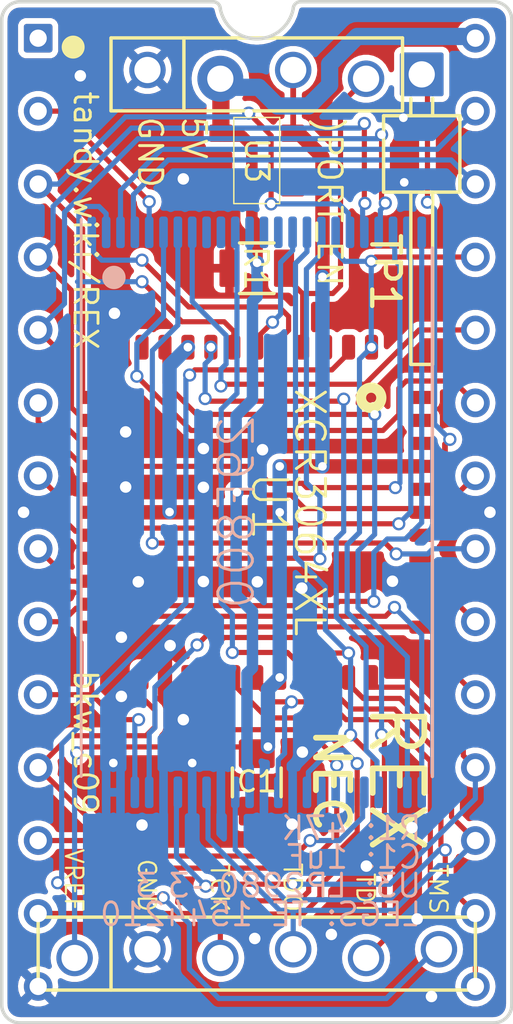
<source format=kicad_pcb>
(kicad_pcb (version 20211014) (generator pcbnew)
  (title_block (title "REX NEC, BKW re-spin") (date "2022-09-02") (rev "bkw_c09") (company "Brian K. White - b.kenyon.w@gmail.com") (comment 1 "Original design: Steve Adolph"))
  (layers (0 "F.Cu" signal "Top") (31 "B.Cu" signal "Bottom") (34 "B.Paste" user) (35 "F.Paste" user) (36 "B.SilkS" user "B.Silkscreen") (37 "F.SilkS" user "F.Silkscreen") (38 "B.Mask" user) (39 "F.Mask" user) (44 "Edge.Cuts" user))
  (net 0 "")
  (net 1 "GND")
  (net 2 "+3V3")
  (net 3 "/PORT_EN")
  (net 4 "/TP1")
  (net 5 "/eD3")
  (net 6 "/eA12")
  (net 7 "/eD4")
  (net 8 "/eA7")
  (net 9 "/eA6")
  (net 10 "/eD6")
  (net 11 "/eA5")
  (net 12 "/eD7")
  (net 13 "/eA4")
  (net 14 "/e~{CS}")
  (net 15 "/eA3")
  (net 16 "/eA10")
  (net 17 "/eA2")
  (net 18 "/e~{OE}")
  (net 19 "/eA1")
  (net 20 "/eA11")
  (net 21 "/eA0")
  (net 22 "/eA9")
  (net 23 "/eD0")
  (net 24 "/eD1")
  (net 25 "/eA13")
  (net 26 "/eD2")
  (net 27 "/eA14")
  (net 28 "+5V")
  (net 29 "/TMS")
  (net 30 "/TCK")
  (net 31 "/_~{WE}")
  (net 32 "/_A17")
  (net 33 "/_~{CE}")
  (net 34 "/_~{OE}")
  (net 35 "/_RY~{BY}")
  (net 36 "/_A15")
  (net 37 "/_A16")
  (net 38 "/eD5")
  (net 39 "/eA8")
  (footprint "000_LOCAL:C_0805" (layer "F.Cu") (at 146.378 104.637 -90)
    (fp_text reference "C1")
    (fp_text value "1u")
  )
  (footprint "000_LOCAL:DIP-28_600_pcb_2" (layer "F.Cu") (at 146.378 95.232)
    (fp_text reference "J1" hide)
    (fp_text value "DIP28 legs 27C256" hide)
    (fp_line (start 8.89 -17.145) (end 8.89 17.145) (layer "Edge.Cuts") (width 0.12))
    (fp_line (start -8.255 -17.78) (end -1.524 -17.78) (layer "Edge.Cuts") (width 0.12))
    (fp_line (start 8.255 17.78) (end -8.255 17.78) (layer "Edge.Cuts") (width 0.12))
    (fp_line (start 1.524 -17.78) (end 8.255 -17.78) (layer "Edge.Cuts") (width 0.12))
    (fp_line (start -8.89 17.145) (end -8.89 -17.145) (layer "Edge.Cuts") (width 0.12))
    (fp_arc (start 1.27 -17.526) (mid 1.344395 -17.705605) (end 1.524 -17.78) (layer "Edge.Cuts") (width 0.12))
    (fp_arc (start 1.27 -17.526) (mid 0 -16.486909) (end -1.27 -17.526) (layer "Edge.Cuts") (width 0.12))
    (fp_arc (start 8.89 17.145) (mid 8.704013 17.594013) (end 8.255 17.78) (layer "Edge.Cuts") (width 0.12))
    (fp_arc (start -8.89 -17.145) (mid -8.704013 -17.594013) (end -8.255 -17.78) (layer "Edge.Cuts") (width 0.12))
    (fp_arc (start -1.524 -17.78) (mid -1.344395 -17.705605) (end -1.27 -17.526) (layer "Edge.Cuts") (width 0.12))
    (fp_arc (start 8.255 -17.78) (mid 8.704013 -17.594013) (end 8.89 -17.145) (layer "Edge.Cuts") (width 0.12))
    (fp_arc (start -8.255 17.78) (mid -8.704013 17.594013) (end -8.89 17.145) (layer "Edge.Cuts") (width 0.12))
  )
  (footprint "000_LOCAL:1x6_pcb_socket" (layer "F.Cu") (at 146.378 110.599)
    (fp_text reference "J2")
    (fp_text value "JTAG" hide)
  )
  (footprint "000_LOCAL:R_0805" (layer "F.Cu") (at 146.378 86.732)
    (fp_text reference "R1")
    (fp_text value "47k")
  )
  (footprint "000_LOCAL:VQFP44" (layer "F.Cu") (at 146.378 95.232 -90)
    (fp_text reference "U1")
    (fp_text value "XCR3064-VQ44" hide)
  )
  (footprint "000_LOCAL:SOT-23-5" (layer "F.Cu") (at 146.378 82.982)
    (fp_text reference "U3")
    (fp_text value "LP2980")
  )
  (footprint "000_LOCAL:1x1_pin_h" (layer "F.Cu") (at 152.128 79.982 -90)
    (fp_text reference "TP1")
    (fp_text value "PINHD-1X1")
  )
  (footprint "000_LOCAL:1x4_pcb_socket" (layer "F.Cu") (at 146.378 79.982)
    (fp_text reference "J3" hide)
    (fp_text value "PRG")
  )
  (footprint "000_LOCAL:TSOP-48" (layer "B.Cu") (at 146.378 95.232 -90)
    (fp_text reference "U2" hide)
    (fp_text value "29F800")
  )
  (gr_circle (center 139.978 79.032) (end 140.178 79.032) (layer "F.SilkS") (width 0.4) (fill none))
  (gr_text "U3: LP2980-3.3" (at 152.178 108.232) (layer "B.SilkS") (effects (font (size 0.8 0.8) (thickness 0.1)) (justify left mirror)))
  (gr_text "C1: 1uF" (at 152.178 107.232) (layer "B.SilkS") (effects (font (size 0.8 0.8) (thickness 0.1)) (justify left mirror)))
  (gr_text "LEGS: TE 1544210" (at 152.178 109.232) (layer "B.SilkS") (effects (font (size 0.8 0.8) (thickness 0.1)) (justify left mirror)))
  (gr_text "R1: 47K" (at 152.178 106.232) (layer "B.SilkS") (effects (font (size 0.8 0.8) (thickness 0.1)) (justify left mirror)))
  (gr_text ")PORT_EN" (at 148.918 84.437 -90) (layer "F.SilkS") (effects (font (size 0.8128 0.8128) (thickness 0.1016))))
  (gr_text "5V" (at 143.711 81.389 -90) (layer "F.SilkS") (effects (font (size 0.8128 0.8128) (thickness 0.1016)) (justify left bottom)))
  (gr_text "NEC" (at 148.283 104.5665 -90) (layer "F.SilkS") (effects (font (size 1.2 1.2) (thickness 0.2)) (justify bottom)))
  (gr_text "GND" (at 142.187 81.389 -90) (layer "F.SilkS") (effects (font (size 0.8128 0.8128) (thickness 0.1016)) (justify left bottom)))
  (gr_text "TCK" (at 144.727 109.202 -90) (layer "F.SilkS") (effects (font (size 0.6096 0.6096) (thickness 0.0762)) (justify right bottom)))
  (gr_text "TDO" (at 147.267 109.202 -90) (layer "F.SilkS") (effects (font (size 0.6096 0.6096) (thickness 0.0762)) (justify right bottom)))
  (gr_text "GND" (at 142.187 109.202 -90) (layer "F.SilkS") (effects (font (size 0.6096 0.6096) (thickness 0.0762)) (justify right bottom)))
  (gr_text "VREF" (at 139.647 109.202 -90) (layer "F.SilkS") (effects (font (size 0.6096 0.6096) (thickness 0.0762)) (justify right bottom)))
  (gr_text "REX" (at 150.188 104.4903 -90) (layer "F.SilkS") (effects (font (size 1.8 1.8) (thickness 0.2)) (justify bottom)))
  (gr_text "TMS" (at 152.347 109.272 -90) (layer "F.SilkS") (effects (font (size 0.6096 0.6096) (thickness 0.0762)) (justify right bottom)))
  (gr_text "TDI" (at 149.807 109.202 -90) (layer "F.SilkS") (effects (font (size 0.6096 0.6096) (thickness 0.0762)) (justify right bottom)))
  (gr_text "XCR3064XL" (at 147.628 95.232 -90) (layer "F.SilkS") (effects (font (size 1.016 1.016) (thickness 0.1016)) (justify bottom)))
  (gr_text "tandy.wiki/REX" (at 140.409 85.072 -90) (layer "F.SilkS") (effects (font (size 0.8 0.8) (thickness 0.1))))
  (gr_text "${REVISION}" (at 140.409 103.233 -90) (layer "F.SilkS") (effects (font (size 0.8 0.8) (thickness 0.1))))
  (segment (start 140.628 94.432) (end 141.728 94.432) (width 0.5) (layer "F.Cu") (net 1))
  (segment (start 140.088 94.432) (end 139.838 94.182) (width 0.5) (layer "F.Cu") (net 1))
  (segment (start 143.178 100.052) (end 143.358 99.872) (width 0.5) (layer "F.Cu") (net 1))
  (segment (start 143.178 100.982) (end 143.178 101.542) (width 0.5) (layer "F.Cu") (net 1))
  (segment (start 152.128 97.632) (end 151.108 97.632) (width 0.5) (layer "F.Cu") (net 1))
  (segment (start 141.728 94.432) (end 141.808 94.352) (width 0.5) (layer "F.Cu") (net 1))
  (segment (start 143.178 101.542) (end 143.488 101.852) (width 0.5) (layer "F.Cu") (net 1))
  (segment (start 144.458 82.982) (end 145.128 82.982) (width 0.6) (layer "F.Cu") (net 1))
  (segment (start 143.178 100.982) (end 143.178 100.052) (width 0.5) (layer "F.Cu") (net 1))
  (segment (start 140.628 94.432) (end 140.088 94.432) (width 0.5) (layer "F.Cu") (net 1))
  (segment (start 143.818 83.622) (end 144.458 82.982) (width 0.6) (layer "F.Cu") (net 1))
  (via (at 143.818 102.452) (size 0.6) (drill 0.4) (layers "F.Cu" "B.Cu") (net 1))
  (via (at 146.578 93.052) (size 0.6) (drill 0.4) (layers "F.Cu" "B.Cu") (net 1))
  (via (at 144.518 94.362) (size 0.6) (drill 0.4) (layers "F.Cu" "B.Cu") (net 1))
  (via (at 152.468 112.092) (size 0.6) (drill 0.4) (layers "F.Cu" "B.Cu") (net 1))
  (via (at 143.358 99.872) (size 0.6) (drill 0.4) (layers "F.Cu" "B.Cu") (net 1))
  (via (at 147.608 106.092) (size 0.6) (drill 0.4) (layers "F.Cu" "B.Cu") (net 1))
  (via (at 141.808 94.352) (size 0.6) (drill 0.4) (layers "F.Cu" "B.Cu") (net 1))
  (via (at 144.128 103.962) (size 0.5) (drill 0.3) (layers "F.Cu" "B.Cu") (net 1))
  (via (at 141.658 99.582) (size 0.6) (drill 0.4) (layers "F.Cu" "B.Cu") (net 1))
  (via (at 150.198 107.552) (size 0.6) (drill 0.4) (layers "F.Cu" "B.Cu") (net 1))
  (via (at 142.378 106.122) (size 0.6) (drill 0.4) (layers "F.Cu" "B.Cu") (net 1))
  (via (at 147.968 103.582) (size 0.6) (drill 0.4) (layers "F.Cu" "B.Cu") (net 1))
  (via (at 146.398 97.652) (size 0.6) (drill 0.4) (layers "F.Cu" "B.Cu") (net 1))
  (via (at 151.108 97.632) (size 0.6) (drill 0.4) (layers "F.Cu" "B.Cu") (net 1))
  (via (at 151.518 83.742) (size 0.46) (drill 0.3) (layers "F.Cu" "B.Cu") (net 1))
  (via (at 147.948 97.872) (size 0.6) (drill 0.4) (layers "F.Cu" "B.Cu") (net 1))
  (via (at 144.518 97.642) (size 0.6) (drill 0.4) (layers "F.Cu" "B.Cu") (net 1))
  (via (at 154.506 95.232) (size 0.6) (drill 0.4) (layers "F.Cu" "B.Cu") (net 1))
  (via (at 141.808 92.432) (size 0.6) (drill 0.4) (layers "F.Cu" "B.Cu") (net 1))
  (via (at 142.248 97.652) (size 0.6) (drill 0.4) (layers "F.Cu" "B.Cu") (net 1))
  (via (at 141.658 101.642) (size 0.6) (drill 0.4) (layers "F.Cu" "B.Cu") (net 1))
  (via (at 151.788 106.212) (size 0.6) (drill 0.4) (layers "F.Cu" "B.Cu") (net 1))
  (via (at 146.308 110.072) (size 0.6) (drill 0.4) (layers "F.Cu" "B.Cu") (net 1))
  (via (at 151.488 81.492) (size 0.46) (drill 0.3) (layers "F.Cu" "B.Cu") (net 1))
  (via (at 140.228 80.032) (size 0.6) (drill 0.4) (layers "F.Cu" "B.Cu") (net 1))
  (via (at 151.968 109.392) (size 0.6) (drill 0.4) (layers "F.Cu" "B.Cu") (net 1))
  (via (at 138.25 95.232) (size 0.6) (drill 0.4) (layers "F.Cu" "B.Cu") (net 1))
  (via (at 141.378 103.962) (size 0.5) (drill 0.3) (layers "F.Cu" "B.Cu") (net 1))
  (via (at 148.978 109.932) (size 0.6) (drill 0.4) (layers "F.Cu" "B.Cu") (net 1))
  (via (at 143.818 83.622) (size 0.6) (drill 0.4) (layers "F.Cu" "B.Cu") (net 1))
  (via (at 144.518 93.012) (size 0.6) (drill 0.4) (layers "F.Cu" "B.Cu") (net 1))
  (via (at 141.418 88.302) (size 0.6) (drill 0.4) (layers "F.Cu" "B.Cu") (net 1))
  (segment (start 149.628 104.982) (end 149.628 105.642) (width 0.3) (layer "B.Cu") (net 1))
  (segment (start 149.628 105.642) (end 149.428 105.842) (width 0.3) (layer "B.Cu") (net 1))
  (segment (start 148.668 87.032) (end 148.668 82.862) (width 0.5) (layer "F.Cu") (net 2))
  (segment (start 148.668 93.632) (end 147.178 93.632) (width 0.5) (layer "F.Cu") (net 2))
  (segment (start 140.308 103.402) (end 146.143 103.402) (width 0.18) (layer "F.Cu") (net 2))
  (segment (start 143.348 95.232) (end 143.338 95.222) (width 0.5) (layer "F.Cu") (net 2))
  (segment (start 146.768 103.392) (end 146.523 103.637) (width 0.3) (layer "F.Cu") (net 2))
  (segment (start 146.143 103.402) (end 146.378 103.637) (width 0.18) (layer "F.Cu") (net 2))
  (segment (start 140.628 95.232) (end 143.328 95.232) (width 0.5) (layer "F.Cu") (net 2))
  (segment (start 140.103 103.607) (end 140.308 103.402) (width 0.18) (layer "F.Cu") (net 2))
  (segment (start 147.838 82.032) (end 147.628 82.032) (width 0.5) (layer "F.Cu") (net 2))
  (segment (start 148.668 82.862) (end 147.838 82.032) (width 0.5) (layer "F.Cu") (net 2))
  (segment (start 148.668 93.632) (end 152.128 93.632) (width 0.5) (layer "F.Cu") (net 2))
  (segment (start 147.648 79.8296) (end 147.648 82.012) (width 0.2) (layer "F.Cu") (net 2))
  (segment (start 147.178 95.232) (end 143.348 95.232) (width 0.5) (layer "F.Cu") (net 2))
  (segment (start 143.328 95.232) (end 143.338 95.222) (width 0.5) (layer "F.Cu") (net 2))
  (segment (start 146.523 103.637) (end 146.378 103.637) (width 0.3) (layer "F.Cu") (net 2))
  (segment (start 147.718 82.032) (end 147.628 82.032) (width 0.3) (layer "F.Cu") (net 2))
  (via (at 143.978 89.482) (size 0.46) (drill 0.3) (layers "F.Cu" "B.Cu") (net 2))
  (via (at 140.103 103.607) (size 0.46) (drill 0.3) (layers "F.Cu" "B.Cu") (net 2))
  (via (at 147.178 100.982) (size 0.46) (drill 0.3) (layers "F.Cu" "B.Cu") (net 2))
  (via (at 147.178 93.632) (size 0.46) (drill 0.3) (layers "F.Cu" "B.Cu") (net 2))
  (via (at 147.178 95.232) (size 0.46) (drill 0.3) (layers "F.Cu" "B.Cu") (net 2))
  (via (at 148.668 93.632) (size 0.46) (drill 0.3) (layers "F.Cu" "B.Cu") (net 2))
  (via (at 146.768 103.392) (size 0.5) (drill 0.3) (layers "F.Cu" "B.Cu") (net 2))
  (via (at 143.338 95.222) (size 0.46) (drill 0.3) (layers "F.Cu" "B.Cu") (net 2))
  (via (at 148.668 87.032) (size 0.5) (drill 0.3) (layers "F.Cu" "B.Cu") (net 2))
  (segment (start 140.103 103.607) (end 140.028 103.682) (width 0.18) (layer "B.Cu") (net 2))
  (segment (start 147.178 100.982) (end 147.178 95.232) (width 0.5) (layer "B.Cu") (net 2))
  (segment (start 143.338 90.122) (end 143.978 89.482) (width 0.5) (layer "B.Cu") (net 2))
  (segment (start 140.028 110.634) (end 140.028 110.6344) (width 0.3) (layer "B.Cu") (net 2))
  (segment (start 146.768 101.392) (end 147.178 100.982) (width 0.5) (layer "B.Cu") (net 2))
  (segment (start 146.768 103.392) (end 146.768 101.392) (width 0.5) (layer "B.Cu") (net 2))
  (segment (start 140.028 103.682) (end 140.028 110.634) (width 0.18) (layer "B.Cu") (net 2))
  (segment (start 147.178 93.632) (end 147.178 95.232) (width 0.5) (layer "B.Cu") (net 2))
  (segment (start 148.668 87.032) (end 148.668 93.632) (width 0.5) (layer "B.Cu") (net 2))
  (segment (start 143.338 95.222) (end 143.338 90.122) (width 0.5) (layer "B.Cu") (net 2))
  (segment (start 149.298 81.0244) (end 150.188 80.1344) (width 0.18) (layer "F.Cu") (net 3))
  (segment (start 147.978 87.612) (end 149.028 87.612) (width 0.18) (layer "F.Cu") (net 3))
  (segment (start 147.328 86.972) (end 147.328 86.732) (width 0.18) (layer "F.Cu") (net 3))
  (segment (start 149.028 87.612) (end 149.298 87.342) (width 0.18) (layer "F.Cu") (net 3))
  (segment (start 149.298 87.342) (end 149.298 81.0244) (width 0.18) (layer "F.Cu") (net 3))
  (segment (start 147.978 87.622) (end 147.328 86.972) (width 0.18) (layer "F.Cu") (net 3))
  (segment (start 147.978 89.482) (end 147.978 87.622) (width 0.18) (layer "F.Cu") (net 3))
  (segment (start 152.938 92.863) (end 152.938 93.982) (width 0.2) (layer "F.Cu") (net 4))
  (segment (start 153.109 92.692) (end 152.938 92.863) (width 0.2) (layer "F.Cu") (net 4))
  (segment (start 152.328 80.182) (end 152.128 79.982) (width 0.18) (layer "F.Cu") (net 4))
  (segment (start 152.258 94.302) (end 152.128 94.432) (width 0.2) (layer "F.Cu") (net 4))
  (segment (start 152.328 84.432) (end 152.328 80.182) (width 0.18) (layer "F.Cu") (net 4))
  (segment (start 152.938 93.982) (end 152.618 94.302) (width 0.2) (layer "F.Cu") (net 4))
  (segment (start 152.618 94.302) (end 152.258 94.302) (width 0.2) (layer "F.Cu") (net 4))
  (via (at 153.109 92.692) (size 0.46) (drill 0.3) (layers "F.Cu" "B.Cu") (net 4))
  (via (at 152.328 84.432) (size 0.46) (drill 0.3) (layers "F.Cu" "B.Cu") (net 4))
  (segment (start 152.328 84.432) (end 152.578 84.682) (width 0.18) (layer "B.Cu") (net 4))
  (segment (start 152.578 92.161) (end 153.109 92.692) (width 0.18) (layer "B.Cu") (net 4))
  (segment (start 152.578 84.682) (end 152.578 92.161) (width 0.18) (layer "B.Cu") (net 4))
  (segment (start 147.588 101.832) (end 146.988 101.832) (width 0.18) (layer "F.Cu") (net 5))
  (segment (start 146.988 101.832) (end 146.378 101.222) (width 0.18) (layer "F.Cu") (net 5))
  (segment (start 146.378 101.222) (end 146.378 100.982) (width 0.18) (layer "F.Cu") (net 5))
  (segment (start 152.428 108.792) (end 153.998 110.362) (width 0.18) (layer "F.Cu") (net 5))
  (segment (start 149.488 102.452) (end 150.988 102.452) (width 0.18) (layer "F.Cu") (net 5))
  (segment (start 148.868 101.832) (end 149.488 102.452) (width 0.18) (layer "F.Cu") (net 5))
  (segment (start 147.588 101.832) (end 148.868 101.832) (width 0.18) (layer "F.Cu") (net 5))
  (segment (start 152.428 103.892) (end 152.428 108.792) (width 0.18) (layer "F.Cu") (net 5))
  (segment (start 153.998 110.362) (end 153.998 111.742) (width 0.18) (layer "F.Cu") (net 5))
  (segment (start 150.988 102.452) (end 152.428 103.892) (width 0.18) (layer "F.Cu") (net 5))
  (via (at 147.588 101.832) (size 0.46) (drill 0.3) (layers "F.Cu" "B.Cu") (net 5))
  (segment (start 147.348 102.072) (end 147.348 103.632) (width 0.18) (layer "B.Cu") (net 5))
  (segment (start 147.588 101.832) (end 147.348 102.072) (width 0.18) (layer "B.Cu") (net 5))
  (segment (start 147.348 103.632) (end 147.128 103.852) (width 0.18) (layer "B.Cu") (net 5))
  (segment (start 147.128 103.852) (end 147.128 104.982) (width 0.18) (layer "B.Cu") (net 5))
  (segment (start 138.758 81.262) (end 139.4734 81.262) (width 0.18) (layer "F.Cu") (net 6))
  (segment (start 139.4734 81.262) (end 142.628 84.4166) (width 0.18) (layer "F.Cu") (net 6))
  (via (at 142.628 84.4166) (size 0.46) (drill 0.3) (layers "F.Cu" "B.Cu") (net 6))
  (segment (start 142.628 85.482) (end 142.628 84.4166) (width 0.18) (layer "B.Cu") (net 6))
  (segment (start 151.188 102.082) (end 149.658 102.082) (width 0.18) (layer "F.Cu") (net 7))
  (segment (start 148.918 101.122) (end 148.778 100.982) (width 0.18) (layer "F.Cu") (net 7))
  (segment (start 152.948 106.992) (end 152.798 106.842) (width 0.18) (layer "F.Cu") (net 7))
  (segment (start 148.918 101.342) (end 148.918 101.122) (width 0.18) (layer "F.Cu") (net 7))
  (segment (start 152.798 106.842) (end 152.798 103.692) (width 0.18) (layer "F.Cu") (net 7))
  (segment (start 152.948 106.992) (end 152.948 108.152) (width 0.18) (layer "F.Cu") (net 7))
  (segment (start 152.948 108.152) (end 153.998 109.202) (width 0.18) (layer "F.Cu") (net 7))
  (segment (start 152.798 103.692) (end 151.188 102.082) (width 0.18) (layer "F.Cu") (net 7))
  (segment (start 149.658 102.082) (end 148.918 101.342) (width 0.18) (layer "F.Cu") (net 7))
  (via (at 152.948 106.992) (size 0.46) (drill 0.3) (layers "F.Cu" "B.Cu") (net 7))
  (segment (start 152.738 106.992) (end 151.008 108.722) (width 0.18) (layer "B.Cu") (net 7))
  (segment (start 145.628 106.982) (end 145.628 104.982) (width 0.18) (layer "B.Cu") (net 7))
  (segment (start 147.368 108.722) (end 145.628 106.982) (width 0.18) (layer "B.Cu") (net 7))
  (segment (start 152.948 106.992) (end 152.738 106.992) (width 0.18) (layer "B.Cu") (net 7))
  (segment (start 151.008 108.722) (end 147.368 108.722) (width 0.18) (layer "B.Cu") (net 7))
  (segment (start 140.308 91.232) (end 140.308 85.352) (width 0.18) (layer "F.Cu") (net 8))
  (segment (start 146.878 82.112) (end 146.098 81.332) (width 0.18) (layer "F.Cu") (net 8))
  (segment (start 140.628 91.232) (end 140.308 91.232) (width 0.18) (layer "F.Cu") (net 8))
  (segment (start 140.308 85.352) (end 138.758 83.802) (width 0.18) (layer "F.Cu") (net 8))
  (segment (start 146.878 84.492) (end 146.878 82.112) (width 0.18) (layer "F.Cu") (net 8))
  (via (at 146.098 81.332) (size 0.46) (drill 0.3) (layers "F.Cu" "B.Cu") (net 8))
  (via (at 146.878 84.492) (size 0.46) (drill 0.3) (layers "F.Cu" "B.Cu") (net 8))
  (segment (start 146.878 84.492) (end 149.238 84.492) (width 0.18) (layer "B.Cu") (net 8))
  (segment (start 149.568 85.422) (end 149.628 85.482) (width 0.18) (layer "B.Cu") (net 8))
  (segment (start 141.798 81.462) (end 139.458 83.802) (width 0.18) (layer "B.Cu") (net 8))
  (segment (start 149.568 84.822) (end 149.568 85.422) (width 0.18) (layer "B.Cu") (net 8))
  (segment (start 149.238 84.492) (end 149.568 84.822) (width 0.18) (layer "B.Cu") (net 8))
  (segment (start 145.968 81.462) (end 141.798 81.462) (width 0.18) (layer "B.Cu") (net 8))
  (segment (start 139.458 83.802) (end 138.758 83.802) (width 0.18) (layer "B.Cu") (net 8))
  (segment (start 146.098 81.332) (end 145.968 81.462) (width 0.18) (layer "B.Cu") (net 8))
  (segment (start 140.628 92.032) (end 140.3674 92.032) (width 0.18) (layer "F.Cu") (net 9))
  (segment (start 150.128 84.452) (end 150.148 84.472) (width 0.18) (layer "F.Cu") (net 9))
  (segment (start 139.918 87.502) (end 138.758 86.342) (width 0.18) (layer "F.Cu") (net 9))
  (segment (start 140.3674 92.032) (end 139.918 91.5826) (width 0.18) (layer "F.Cu") (net 9))
  (segment (start 150.128 81.692) (end 150.128 84.452) (width 0.18) (layer "F.Cu") (net 9))
  (segment (start 139.918 91.5826) (end 139.918 87.502) (width 0.18) (layer "F.Cu") (net 9))
  (via (at 150.128 81.692) (size 0.46) (drill 0.3) (layers "F.Cu" "B.Cu") (net 9))
  (via (at 150.148 84.472) (size 0.46) (drill 0.3) (layers "F.Cu" "B.Cu") (net 9))
  (segment (start 150.068 85.422) (end 150.128 85.482) (width 0.18) (layer "B.Cu") (net 9))
  (segment (start 139.278 84.582) (end 139.278 85.822) (width 0.18) (layer "B.Cu") (net 9))
  (segment (start 142.008 81.852) (end 139.278 84.582) (width 0.18) (layer "B.Cu") (net 9))
  (segment (start 150.128 81.692) (end 149.968 81.852) (width 0.18) (layer "B.Cu") (net 9))
  (segment (start 139.278 85.822) (end 138.758 86.342) (width 0.18) (layer "B.Cu") (net 9))
  (segment (start 150.068 84.552) (end 150.068 85.422) (width 0.18) (layer "B.Cu") (net 9))
  (segment (start 150.148 84.472) (end 150.068 84.552) (width 0.18) (layer "B.Cu") (net 9))
  (segment (start 149.968 81.852) (end 142.008 81.852) (width 0.18) (layer "B.Cu") (net 9))
  (segment (start 150.378 101.322) (end 151.578 101.322) (width 0.18) (layer "F.Cu") (net 10))
  (segment (start 153.578 103.702) (end 153.998 104.122) (width 0.18) (layer "F.Cu") (net 10))
  (segment (start 144.598 108.252) (end 144.668 108.182) (width 0.18) (layer "F.Cu") (net 10))
  (segment (start 153.578 103.322) (end 153.578 103.702) (width 0.18) (layer "F.Cu") (net 10))
  (segment (start 151.578 101.322) (end 153.578 103.322) (width 0.18) (layer "F.Cu") (net 10))
  (segment (start 150.378 100.982) (end 150.378 101.322) (width 0.18) (layer "F.Cu") (net 10))
  (segment (start 144.668 108.182) (end 147.638 108.182) (width 0.18) (layer "F.Cu") (net 10))
  (via (at 147.638 108.182) (size 0.46) (drill 0.3) (layers "F.Cu" "B.Cu") (net 10))
  (via (at 144.598 108.252) (size 0.46) (drill 0.3) (layers "F.Cu" "B.Cu") (net 10))
  (segment (start 144.598 108.252) (end 143.578 107.232) (width 0.18) (layer "B.Cu") (net 10))
  (segment (start 143.578 105.032) (end 143.628 104.982) (width 0.18) (layer "B.Cu") (net 10))
  (segment (start 147.638 108.182) (end 151.018 108.182) (width 0.18) (layer "B.Cu") (net 10))
  (segment (start 143.578 107.232) (end 143.578 105.032) (width 0.18) (layer "B.Cu") (net 10))
  (segment (start 153.998 105.202) (end 153.998 104.122) (width 0.18) (layer "B.Cu") (net 10))
  (segment (start 151.018 108.182) (end 153.998 105.202) (width 0.18) (layer "B.Cu") (net 10))
  (segment (start 140.628 92.832) (end 140.488 92.692) (width 0.18) (layer "F.Cu") (net 11))
  (segment (start 140.488 92.692) (end 140.168 92.692) (width 0.18) (layer "F.Cu") (net 11))
  (segment (start 150.728 84.332) (end 150.728 82.082) (width 0.18) (layer "F.Cu") (net 11))
  (segment (start 150.858 84.462) (end 150.728 84.332) (width 0.18) (layer "F.Cu") (net 11))
  (segment (start 139.548 92.072) (end 139.548 89.672) (width 0.18) (layer "F.Cu") (net 11))
  (segment (start 140.168 92.692) (end 139.548 92.072) (width 0.18) (layer "F.Cu") (net 11))
  (segment (start 139.548 89.672) (end 138.758 88.882) (width 0.18) (layer "F.Cu") (net 11))
  (via (at 150.728 82.082) (size 0.46) (drill 0.3) (layers "F.Cu" "B.Cu") (net 11))
  (via (at 150.858 84.462) (size 0.46) (drill 0.3) (layers "F.Cu" "B.Cu") (net 11))
  (segment (start 150.728 82.082) (end 150.588 82.222) (width 0.18) (layer "B.Cu") (net 11))
  (segment (start 142.238 82.222) (end 139.678 84.782) (width 0.18) (layer "B.Cu") (net 11))
  (segment (start 150.858 84.462) (end 150.858 84.532) (width 0.18) (layer "B.Cu") (net 11))
  (segment (start 150.588 82.222) (end 142.238 82.222) (width 0.18) (layer "B.Cu") (net 11))
  (segment (start 139.678 87.962) (end 138.758 88.882) (width 0.18) (layer "B.Cu") (net 11))
  (segment (start 150.858 84.532) (end 150.688 84.702) (width 0.18) (layer "B.Cu") (net 11))
  (segment (start 150.688 84.702) (end 150.688 85.422) (width 0.18) (layer "B.Cu") (net 11))
  (segment (start 150.688 85.422) (end 150.628 85.482) (width 0.18) (layer "B.Cu") (net 11))
  (segment (start 139.678 84.782) (end 139.678 87.962) (width 0.18) (layer "B.Cu") (net 11))
  (segment (start 152.838 100.422) (end 152.838 99.692) (width 0.18) (layer "F.Cu") (net 12))
  (segment (start 152.118 99.222) (end 152.128 99.232) (width 0.18) (layer "F.Cu") (net 12))
  (segment (start 152.4511 99.3051) (end 152.128 99.3051) (width 0.18) (layer "F.Cu") (net 12))
  (segment (start 152.128 99.3051) (end 152.128 99.232) (width 0.18) (layer "F.Cu") (net 12))
  (segment (start 152.838 99.692) (end 152.4511 99.3051) (width 0.18) (layer "F.Cu") (net 12))
  (segment (start 144.298 99.852) (end 144.928 99.222) (width 0.18) (layer "F.Cu") (net 12))
  (segment (start 153.998 101.582) (end 152.838 100.422) (width 0.18) (layer "F.Cu") (net 12))
  (segment (start 144.928 99.222) (end 152.118 99.222) (width 0.18) (layer "F.Cu") (net 12))
  (via (at 144.298 99.852) (size 0.46) (drill 0.3) (layers "F.Cu" "B.Cu") (net 12))
  (segment (start 144.298 99.852) (end 142.828 101.322) (width 0.18) (layer "B.Cu") (net 12))
  (segment (start 142.628 102.932) (end 142.628 104.982) (width 0.18) (layer "B.Cu") (net 12))
  (segment (start 142.828 101.322) (end 142.828 102.732) (width 0.18) (layer "B.Cu") (net 12))
  (segment (start 142.828 102.732) (end 142.628 102.932) (width 0.18) (layer "B.Cu") (net 12))
  (segment (start 146.2376 93.632) (end 140.628 93.632) (width 0.18) (layer "F.Cu") (net 13))
  (segment (start 140.178 93.492) (end 140.488 93.492) (width 0.18) (layer "F.Cu") (net 13))
  (segment (start 138.758 92.072) (end 140.178 93.492) (width 0.18) (layer "F.Cu") (net 13))
  (segment (start 148.118 94.372) (end 147.968 94.222) (width 0.18) (layer "F.Cu") (net 13))
  (segment (start 138.758 91.422) (end 138.758 92.072) (width 0.18) (layer "F.Cu") (net 13))
  (segment (start 147.968 94.222) (end 146.8276 94.222) (width 0.18) (layer "F.Cu") (net 13))
  (segment (start 151.208 94.372) (end 148.118 94.372) (width 0.18) (layer "F.Cu") (net 13))
  (segment (start 140.488 93.492) (end 140.628 93.632) (width 0.18) (layer "F.Cu") (net 13))
  (segment (start 146.8276 94.222) (end 146.2376 93.632) (width 0.18) (layer "F.Cu") (net 13))
  (via (at 151.208 94.372) (size 0.46) (drill 0.3) (layers "F.Cu" "B.Cu") (net 13))
  (segment (start 151.208 94.372) (end 151.368 94.212) (width 0.18) (layer "B.Cu") (net 13))
  (segment (start 151.188 86.462) (end 151.188 85.542) (width 0.18) (layer "B.Cu") (net 13))
  (segment (start 151.368 94.212) (end 151.368 86.642) (width 0.18) (layer "B.Cu") (net 13))
  (segment (start 151.188 85.542) (end 151.128 85.482) (width 0.18) (layer "B.Cu") (net 13))
  (segment (start 151.368 86.642) (end 151.188 86.462) (width 0.18) (layer "B.Cu") (net 13))
  (segment (start 152.608 96.972) (end 152.938 97.302) (width 0.18) (layer "F.Cu") (net 14))
  (segment (start 152.938 97.982) (end 153.998 99.042) (width 0.18) (layer "F.Cu") (net 14))
  (segment (start 152.268 96.972) (end 152.608 96.972) (width 0.18) (layer "F.Cu") (net 14))
  (segment (start 152.128 96.832) (end 152.268 96.972) (width 0.18) (layer "F.Cu") (net 14))
  (segment (start 152.938 97.302) (end 152.938 97.982) (width 0.18) (layer "F.Cu") (net 14))
  (segment (start 147.698 95.782) (end 141.888 95.782) (width 0.18) (layer "F.Cu") (net 15))
  (segment (start 151.328 95.632) (end 147.848 95.632) (width 0.18) (layer "F.Cu") (net 15))
  (segment (start 139.778 95.612) (end 140.058 95.892) (width 0.18) (layer "F.Cu") (net 15))
  (segment (start 141.638 96.032) (end 140.628 96.032) (width 0.18) (layer "F.Cu") (net 15))
  (segment (start 141.888 95.782) (end 141.638 96.032) (width 0.18) (layer "F.Cu") (net 15))
  (segment (start 147.848 95.632) (end 147.698 95.782) (width 0.18) (layer "F.Cu") (net 15))
  (segment (start 139.778 94.982) (end 139.778 95.612) (width 0.18) (layer "F.Cu") (net 15))
  (segment (start 140.488 95.892) (end 140.628 96.032) (width 0.18) (layer "F.Cu") (net 15))
  (segment (start 138.758 93.962) (end 139.778 94.982) (width 0.18) (layer "F.Cu") (net 15))
  (segment (start 140.058 95.892) (end 140.488 95.892) (width 0.18) (layer "F.Cu") (net 15))
  (via (at 151.328 95.632) (size 0.46) (drill 0.3) (layers "F.Cu" "B.Cu") (net 15))
  (segment (start 151.328 95.632) (end 151.748 95.212) (width 0.18) (layer "B.Cu") (net 15))
  (segment (start 151.748 86.422) (end 151.688 86.362) (width 0.18) (layer "B.Cu") (net 15))
  (segment (start 151.688 86.362) (end 151.688 85.542) (width 0.18) (layer "B.Cu") (net 15))
  (segment (start 151.688 85.542) (end 151.628 85.482) (width 0.18) (layer "B.Cu") (net 15))
  (segment (start 151.748 95.212) (end 151.748 86.422) (width 0.18) (layer "B.Cu") (net 15))
  (segment (start 150.858 96.302) (end 142.738 96.302) (width 0.18) (layer "F.Cu") (net 16))
  (segment (start 151.238 96.682) (end 150.858 96.302) (width 0.18) (layer "F.Cu") (net 16))
  (via (at 142.738 96.302) (size 0.46) (drill 0.3) (layers "F.Cu" "B.Cu") (net 16))
  (via (at 151.238 96.682) (size 0.46) (drill 0.3) (layers "F.Cu" "B.Cu") (net 16))
  (segment (start 152.338 96.682) (end 152.518 96.502) (width 0.18) (layer "B.Cu") (net 16))
  (segment (start 142.738 89.602) (end 143.628 88.712) (width 0.18) (layer "B.Cu") (net 16))
  (segment (start 143.628 88.712) (end 143.628 85.482) (width 0.18) (layer "B.Cu") (net 16))
  (segment (start 152.518 96.502) (end 153.998 96.502) (width 0.18) (layer "B.Cu") (net 16))
  (segment (start 142.738 96.302) (end 142.738 89.602) (width 0.18) (layer "B.Cu") (net 16))
  (segment (start 151.238 96.682) (end 152.338 96.682) (width 0.18) (layer "B.Cu") (net 16))
  (segment (start 138.758 96.502) (end 139.888 97.632) (width 0.18) (layer "F.Cu") (net 17))
  (segment (start 140.768 97.772) (end 140.628 97.632) (width 0.18) (layer "F.Cu") (net 17))
  (segment (start 139.888 97.632) (end 140.628 97.632) (width 0.18) (layer "F.Cu") (net 17))
  (segment (start 149.248 98.332) (end 149.098 98.482) (width 0.18) (layer "F.Cu") (net 17))
  (segment (start 149.098 98.482) (end 141.858 98.482) (width 0.18) (layer "F.Cu") (net 17))
  (segment (start 150.458 98.332) (end 149.248 98.332) (width 0.18) (layer "F.Cu") (net 17))
  (segment (start 141.858 98.482) (end 141.148 97.772) (width 0.18) (layer "F.Cu") (net 17))
  (segment (start 141.148 97.772) (end 140.768 97.772) (width 0.18) (layer "F.Cu") (net 17))
  (via (at 150.458 98.332) (size 0.46) (drill 0.3) (layers "F.Cu" "B.Cu") (net 17))
  (segment (start 150.458 96.632) (end 150.928 96.162) (width 0.18) (layer "B.Cu") (net 17))
  (segment (start 152.128 95.592) (end 152.128 85.482) (width 0.18) (layer "B.Cu") (net 17))
  (segment (start 151.558 96.162) (end 152.128 95.592) (width 0.18) (layer "B.Cu") (net 17))
  (segment (start 150.928 96.162) (end 151.558 96.162) (width 0.18) (layer "B.Cu") (net 17))
  (segment (start 150.458 98.332) (end 150.458 96.632) (width 0.18) (layer "B.Cu") (net 17))
  (segment (start 152.268 95.892) (end 152.598 95.892) (width 0.18) (layer "F.Cu") (net 18))
  (segment (start 152.948 95.542) (end 152.948 95.012) (width 0.18) (layer "F.Cu") (net 18))
  (segment (start 152.598 95.892) (end 152.948 95.542) (width 0.18) (layer "F.Cu") (net 18))
  (segment (start 152.948 95.012) (end 153.998 93.962) (width 0.18) (layer "F.Cu") (net 18))
  (segment (start 152.128 96.032) (end 152.268 95.892) (width 0.18) (layer "F.Cu") (net 18))
  (segment (start 151.178 98.542) (end 150.868 98.852) (width 0.18) (layer "F.Cu") (net 19))
  (segment (start 140.078 98.572) (end 140.488 98.572) (width 0.18) (layer "F.Cu") (net 19))
  (segment (start 140.488 98.572) (end 140.628 98.432) (width 0.18) (layer "F.Cu") (net 19))
  (segment (start 140.768 98.572) (end 140.628 98.432) (width 0.18) (layer "F.Cu") (net 19))
  (segment (start 150.868 98.852) (end 141.458 98.852) (width 0.18) (layer "F.Cu") (net 19))
  (segment (start 141.458 98.852) (end 141.178 98.572) (width 0.18) (layer "F.Cu") (net 19))
  (segment (start 141.178 98.572) (end 140.768 98.572) (width 0.18) (layer "F.Cu") (net 19))
  (segment (start 139.608 99.042) (end 140.078 98.572) (width 0.18) (layer "F.Cu") (net 19))
  (segment (start 138.758 99.042) (end 139.608 99.042) (width 0.18) (layer "F.Cu") (net 19))
  (via (at 151.178 98.542) (size 0.46) (drill 0.3) (layers "F.Cu" "B.Cu") (net 19))
  (segment (start 152.128 99.492) (end 152.128 104.982) (width 0.18) (layer "B.Cu") (net 19))
  (segment (start 151.178 98.542) (end 152.128 99.492) (width 0.18) (layer "B.Cu") (net 19))
  (segment (start 150.778 92.382) (end 151.331 91.829) (width 0.18) (layer "F.Cu") (net 20))
  (segment (start 151.585 90.66) (end 153.236 90.66) (width 0.18) (layer "F.Cu") (net 20))
  (segment (start 144.088 92.382) (end 150.778 92.382) (width 0.18) (layer "F.Cu") (net 20))
  (segment (start 151.331 91.829) (end 151.331 90.914) (width 0.18) (layer "F.Cu") (net 20))
  (segment (start 153.236 90.66) (end 153.998 91.422) (width 0.18) (layer "F.Cu") (net 20))
  (segment (start 151.331 90.914) (end 151.585 90.66) (width 0.18) (layer "F.Cu") (net 20))
  (segment (start 142.198 90.492) (end 144.088 92.382) (width 0.18) (layer "F.Cu") (net 20))
  (via (at 142.198 90.492) (size 0.46) (drill 0.3) (layers "F.Cu" "B.Cu") (net 20))
  (segment (start 142.198 89.352) (end 143.128 88.422) (width 0.18) (layer "B.Cu") (net 20))
  (segment (start 142.198 90.492) (end 142.198 89.352) (width 0.18) (layer "B.Cu") (net 20))
  (segment (start 143.128 88.422) (end 143.128 85.482) (width 0.18) (layer "B.Cu") (net 20))
  (segment (start 142.258 102.452) (end 141.498 102.452) (width 0.18) (layer "F.Cu") (net 21))
  (segment (start 140.628 99.9341) (end 140.628 99.232) (width 0.18) (layer "F.Cu") (net 21))
  (segment (start 138.758 101.582) (end 140.628 101.582) (width 0.18) (layer "F.Cu") (net 21))
  (segment (start 141.498 102.452) (end 140.628 101.582) (width 0.18) (layer "F.Cu") (net 21))
  (segment (start 140.628 101.582) (end 140.628 99.9341) (width 0.18) (layer "F.Cu") (net 21))
  (via (at 142.258 102.452) (size 0.46) (drill 0.3) (layers "F.Cu" "B.Cu") (net 21))
  (segment (start 142.128 102.582) (end 142.128 104.982) (width 0.18) (layer "B.Cu") (net 21))
  (segment (start 142.258 102.452) (end 142.128 102.582) (width 0.18) (layer "B.Cu") (net 21))
  (segment (start 145.128 90.832) (end 145.188 90.772) (width 0.18) (layer "F.Cu") (net 22))
  (segment (start 150.148 90.772) (end 152.038 88.882) (width 0.18) (layer "F.Cu") (net 22))
  (segment (start 152.038 88.882) (end 153.998 88.882) (width 0.18) (layer "F.Cu") (net 22))
  (segment (start 145.188 90.772) (end 150.148 90.772) (width 0.18) (layer "F.Cu") (net 22))
  (via (at 145.128 90.832) (size 0.46) (drill 0.3) (layers "F.Cu" "B.Cu") (net 22))
  (segment (start 145.128 90.252) (end 145.308 90.072) (width 0.18) (layer "B.Cu") (net 22))
  (segment (start 145.308 89.072) (end 144.128 87.892) (width 0.18) (layer "B.Cu") (net 22))
  (segment (start 145.128 90.832) (end 145.128 90.252) (width 0.18) (layer "B.Cu") (net 22))
  (segment (start 144.128 87.892) (end 144.128 85.482) (width 0.18) (layer "B.Cu") (net 22))
  (segment (start 145.308 90.072) (end 145.308 89.072) (width 0.18) (layer "B.Cu") (net 22))
  (segment (start 142.518 103.012) (end 139.868 103.012) (width 0.18) (layer "F.Cu") (net 23))
  (segment (start 142.828 102.122) (end 142.828 102.702) (width 0.18) (layer "F.Cu") (net 23))
  (segment (start 147.698 107.202) (end 141.838 107.202) (width 0.18) (layer "F.Cu") (net 23))
  (segment (start 142.828 102.702) (end 142.518 103.012) (width 0.18) (layer "F.Cu") (net 23))
  (segment (start 142.378 101.672) (end 142.828 102.122) (width 0.18) (layer "F.Cu") (net 23))
  (segment (start 148.238 106.662) (end 147.698 107.202) (width 0.18) (layer "F.Cu") (net 23))
  (segment (start 139.868 103.012) (end 138.758 104.122) (width 0.18) (layer "F.Cu") (net 23))
  (segment (start 141.838 107.202) (end 138.758 104.122) (width 0.18) (layer "F.Cu") (net 23))
  (segment (start 142.378 100.982) (end 142.378 101.672) (width 0.18) (layer "F.Cu") (net 23))
  (via (at 148.238 106.662) (size 0.46) (drill 0.3) (layers "F.Cu" "B.Cu") (net 23))
  (segment (start 150.068 105.042) (end 150.128 104.982) (width 0.18) (layer "B.Cu") (net 23))
  (segment (start 150.068 105.852) (end 150.068 105.042) (width 0.18) (layer "B.Cu") (net 23))
  (segment (start 149.258 106.662) (end 150.068 105.852) (width 0.18) (layer "B.Cu") (net 23))
  (segment (start 148.238 106.662) (end 149.258 106.662) (width 0.18) (layer "B.Cu") (net 23))
  (segment (start 149.1655 106.5045) (end 148.048 107.622) (width 0.18) (layer "F.Cu") (net 24))
  (segment (start 143.978 100.982) (end 143.978 101.212) (width 0.18) (layer "F.Cu") (net 24))
  (segment (start 148.148 102.802) (end 148.798 103.452) (width 0.18) (layer "F.Cu") (net 24))
  (segment (start 148.798 103.452) (end 148.798 103.6727) (width 0.18) (layer "F.Cu") (net 24))
  (segment (start 140.688 106.662) (end 138.758 106.662) (width 0.18) (layer "F.Cu") (net 24))
  (segment (start 141.648 107.622) (end 140.688 106.662) (width 0.18) (layer "F.Cu") (net 24))
  (segment (start 149.1655 104.0402) (end 149.1655 106.5045) (width 0.18) (layer "F.Cu") (net 24))
  (segment (start 148.048 107.622) (end 141.648 107.622) (width 0.18) (layer "F.Cu") (net 24))
  (segment (start 143.978 101.212) (end 145.568 102.802) (width 0.18) (layer "F.Cu") (net 24))
  (segment (start 145.568 102.802) (end 148.148 102.802) (width 0.18) (layer "F.Cu") (net 24))
  (segment (start 148.798 103.6727) (end 149.1655 104.0402) (width 0.18) (layer "F.Cu") (net 24))
  (via (at 149.1655 104.0402) (size 0.46) (drill 0.3) (layers "F.Cu" "B.Cu") (net 24))
  (segment (start 149.128 104.982) (end 149.128 104.0777) (width 0.18) (layer "B.Cu") (net 24))
  (segment (start 149.128 104.0777) (end 149.1655 104.0402) (width 0.18) (layer "B.Cu") (net 24))
  (segment (start 143.288 82.962) (end 142.078 84.172) (width 0.18) (layer "B.Cu") (net 25))
  (segment (start 153.158 82.962) (end 143.288 82.962) (width 0.18) (layer "B.Cu") (net 25))
  (segment (start 153.998 83.802) (end 153.158 82.962) (width 0.18) (layer "B.Cu") (net 25))
  (segment (start 142.078 85.432) (end 142.128 85.482) (width 0.18) (layer "B.Cu") (net 25))
  (segment (start 142.078 84.172) (end 142.078 85.432) (width 0.18) (layer "B.Cu") (net 25))
  (segment (start 149.87835 103.98165) (end 148.2887 102.392) (width 0.18) (layer "F.Cu") (net 26))
  (segment (start 147.858 108.762) (end 145.598 108.762) (width 0.18) (layer "F.Cu") (net 26))
  (segment (start 145.598 108.762) (end 145.158 109.202) (width 0.18) (layer "F.Cu") (net 26))
  (segment (start 148.188 108.072) (end 148.188 108.432) (width 0.18) (layer "F.Cu") (net 26))
  (segment (start 148.188 108.432) (end 147.858 108.762) (width 0.18) (layer "F.Cu") (net 26))
  (segment (start 149.87835 106.38165) (end 148.188 108.072) (width 0.18) (layer "F.Cu") (net 26))
  (segment (start 149.87835 103.98165) (end 149.87835 106.38165) (width 0.18) (layer "F.Cu") (net 26))
  (segment (start 145.578 101.232) (end 145.578 100.982) (width 0.18) (layer "F.Cu") (net 26))
  (segment (start 146.738 102.392) (end 145.578 101.232) (width 0.18) (layer "F.Cu") (net 26))
  (segment (start 145.158 109.202) (end 138.758 109.202) (width 0.18) (layer "F.Cu") (net 26))
  (segment (start 148.2887 102.392) (end 146.738 102.392) (width 0.18) (layer "F.Cu") (net 26))
  (via (at 149.87835 103.98165) (size 0.46) (drill 0.3) (layers "F.Cu" "B.Cu") (net 26))
  (segment (start 149.4087 103.512) (end 148.948 103.512) (width 0.18) (layer "B.Cu") (net 26))
  (segment (start 148.178 104.932) (end 148.128 104.982) (width 0.18) (layer "B.Cu") (net 26))
  (segment (start 148.948 103.512) (end 148.178 104.282) (width 0.18) (layer "B.Cu") (net 26))
  (segment (start 148.178 104.282) (end 148.178 104.932) (width 0.18) (layer "B.Cu") (net 26))
  (segment (start 149.87835 103.98165) (end 149.4087 103.512) (width 0.18) (layer "B.Cu") (net 26))
  (segment (start 143.058 82.592) (end 141.628 84.022) (width 0.18) (layer "B.Cu") (net 27))
  (segment (start 153.998 81.262) (end 152.668 82.592) (width 0.18) (layer "B.Cu") (net 27))
  (segment (start 141.628 84.022) (end 141.628 85.482) (width 0.18) (layer "B.Cu") (net 27))
  (segment (start 152.668 82.592) (end 143.058 82.592) (width 0.18) (layer "B.Cu") (net 27))
  (segment (start 145.128 83.932) (end 146.208 83.932) (width 0.2) (layer "F.Cu") (net 28))
  (segment (start 145.688 94.532) (end 146.358 94.532) (width 0.18) (layer "F.Cu") (net 28))
  (segment (start 151.998 95.102) (end 152.128 95.232) (width 0.18) (layer "F.Cu") (net 28))
  (segment (start 148.048 95.102) (end 151.998 95.102) (width 0.18) (layer "F.Cu") (net 28))
  (segment (start 146.388 85.202) (end 146.208 85.022) (width 0.4) (layer "F.Cu") (net 28))
  (segment (start 145.868 82.132) (end 145.228 82.132) (width 0.4) (layer "F.Cu") (net 28))
  (segment (start 146.358 94.532) (end 146.458 94.632) (width 0.18) (layer "F.Cu") (net 28))
  (segment (start 146.208 82.472) (end 145.868 82.132) (width 0.4) (layer "F.Cu") (net 28))
  (segment (start 146.458 94.632) (end 147.578 94.632) (width 0.18) (layer "F.Cu") (net 28))
  (segment (start 145.228 82.132) (end 145.128 82.032) (width 0.4) (layer "F.Cu") (net 28))
  (segment (start 147.578 94.632) (end 148.048 95.102) (width 0.18) (layer "F.Cu") (net 28))
  (segment (start 145.128 82.032) (end 145.128 80.1544) (width 0.6) (layer "F.Cu") (net 28))
  (segment (start 145.128 80.1544) (end 145.108 80.1344) (width 0.6) (layer "F.Cu") (net 28))
  (segment (start 146.208 85.022) (end 146.208 83.932) (width 0.4) (layer "F.Cu") (net 28))
  (segment (start 146.388 86.542) (end 146.388 85.202) (width 0.4) (layer "F.Cu") (net 28))
  (segment (start 146.208 83.932) (end 146.208 82.472) (width 0.4) (layer "F.Cu") (net 28))
  (via (at 146.388 86.542) (size 0.5) (drill 0.3) (layers "F.Cu" "B.Cu") (net 28))
  (via (at 145.688 94.532) (size 0.46) (drill 0.3) (layers "F.Cu" "B.Cu") (net 28))
  (segment (start 145.688 94.532) (end 145.658 94.502) (width 0.4) (layer "B.Cu") (net 28))
  (segment (start 148.918 79.622) (end 148.918 80.352) (width 0.6) (layer "B.Cu") (net 28))
  (segment (start 146.228 91.302) (end 146.228 87.882) (width 0.4) (layer "B.Cu") (net 28))
  (segment (start 146.388 87.722) (end 146.388 86.542) (width 0.4) (layer "B.Cu") (net 28))
  (segment (start 148.918 80.352) (end 148.188 81.082) (width 0.6) (layer "B.Cu") (net 28))
  (segment (start 146.388 86.542) (end 146.128 86.282) (width 0.2) (layer "B.Cu") (net 28))
  (segment (start 145.658 94.562) (end 145.658 98.112) (width 0.4) (layer "B.Cu") (net 28))
  (segment (start 153.998 78.722) (end 153.938 78.662) (width 0.6) (layer "B.Cu") (net 28))
  (segment (start 146.228 100.652) (end 146.038 100.842) (width 0.4) (layer "B.Cu") (net 28))
  (segment (start 146.228 98.682) (end 146.228 100.652) (width 0.4) (layer "B.Cu") (net 28))
  (segment (start 146.228 87.882) (end 146.388 87.722) (width 0.4) (layer "B.Cu") (net 28))
  (segment (start 146.038 100.842) (end 146.038 104.082) (width 0.4) (layer "B.Cu") (net 28))
  (segment (start 146.038 104.082) (end 146.078 104.122) (width 0.4) (layer "B.Cu") (net 28))
  (segment (start 145.658 98.112) (end 146.228 98.682) (width 0.4) (layer "B.Cu") (net 28))
  (segment (start 146.078 104.122) (end 146.128 104.172) (width 0.3) (layer "B.Cu") (net 28))
  (segment (start 146.128 104.172) (end 146.128 104.982) (width 0.3) (layer "B.Cu") (net 28))
  (segment (start 146.128 86.282) (end 146.128 85.482) (width 0.2) (layer "B.Cu") (net 28))
  (segment (start 153.938 78.662) (end 149.878 78.662) (width 0.6) (layer "B.Cu") (net 28))
  (segment (start 147.098 81.082) (end 146.448 80.432) (width 0.6) (layer "B.Cu") (net 28))
  (segment (start 146.448 80.432) (end 145.4056 80.432) (width 0.6) (layer "B.Cu") (net 28))
  (segment (start 145.688 94.532) (end 145.658 94.562) (width 0.4) (layer "B.Cu") (net 28))
  (segment (start 145.658 94.502) (end 145.658 91.872) (width 0.4) (layer "B.Cu") (net 28))
  (segment (start 145.658 91.872) (end 146.228 91.302) (width 0.4) (layer "B.Cu") (net 28))
  (segment (start 148.188 81.082) (end 147.098 81.082) (width 0.6) (layer "B.Cu") (net 28))
  (segment (start 145.4056 80.432) (end 145.108 80.1344) (width 0.6) (layer "B.Cu") (net 28))
  (segment (start 149.878 78.662) (end 148.918 79.622) (width 0.6) (layer "B.Cu") (net 28))
  (segment (start 143.7723 88.5963) (end 145.2423 88.5963) (width 0.18) (layer "F.Cu") (net 29))
  (segment (start 139.958 108.652) (end 143.118 108.652) (width 0.18) (layer "F.Cu") (net 29))
  (segment (start 142.378 87.202) (end 143.7723 88.5963) (width 0.18) (layer "F.Cu") (net 29))
  (segment (start 145.2423 88.5963) (end 145.578 88.932) (width 0.18) (layer "F.Cu") (net 29))
  (segment (start 139.438 108.132) (end 139.958 108.652) (width 0.18) (layer "F.Cu") (net 29))
  (segment (start 145.578 88.932) (end 145.578 89.482) (width 0.18) (layer "F.Cu") (net 29))
  (via (at 139.438 108.132) (size 0.46) (drill 0.3) (layers "F.Cu" "B.Cu") (net 29))
  (via (at 143.118 108.652) (size 0.46) (drill 0.3) (layers "F.Cu" "B.Cu") (net 29))
  (via (at 142.378 87.202) (size 0.46) (drill 0.3) (layers "F.Cu" "B.Cu") (net 29))
  (segment (start 140.878 84.582) (end 141.128 84.832) (width 0.18) (layer "B.Cu") (net 29))
  (segment (start 142.378 87.202) (end 140.128 87.202) (width 0.18) (layer "B.Cu") (net 29))
  (segment (start 139.578 107.992) (end 139.578 103.302) (width 0.18) (layer "B.Cu") (net 29))
  (segment (start 144.028 111.132) (end 145.058 112.162) (width 0.18) (layer "B.Cu") (net 29))
  (segment (start 145.058 112.162) (end 150.8956 112.162) (width 0.18) (layer "B.Cu") (net 29))
  (segment (start 150.8956 112.162) (end 152.728 110.3296) (width 0.18) (layer "B.Cu") (net 29))
  (segment (start 139.578 103.302) (end 140.178 102.702) (width 0.18) (layer "B.Cu") (net 29))
  (segment (start 140.178 102.702) (end 140.178 84.832) (width 0.18) (layer "B.Cu") (net 29))
  (segment (start 143.118 108.652) (end 144.028 109.562) (width 0.18) (layer "B.Cu") (net 29))
  (segment (start 144.028 109.562) (end 144.028 111.132) (width 0.18) (layer "B.Cu") (net 29))
  (segment (start 140.428 84.582) (end 140.878 84.582) (width 0.18) (layer "B.Cu") (net 29))
  (segment (start 140.178 84.832) (end 140.428 84.582) (width 0.18) (layer "B.Cu") (net 29))
  (segment (start 139.438 108.132) (end 139.578 107.992) (width 0.18) (layer "B.Cu") (net 29))
  (segment (start 141.128 84.832) (end 141.128 85.482) (width 0.18) (layer "B.Cu") (net 29))
  (segment (start 145.238 99.592) (end 144.918 99.912) (width 0.18) (layer "F.Cu") (net 30))
  (segment (start 149.578 100.132) (end 148.478 100.132) (width 0.18) (layer "F.Cu") (net 30))
  (segment (start 148.478 100.132) (end 147.938 99.592) (width 0.18) (layer "F.Cu") (net 30))
  (segment (start 147.938 99.592) (end 145.238 99.592) (width 0.18) (layer "F.Cu") (net 30))
  (segment (start 145.758 109.222) (end 145.108 109.872) (width 0.18) (layer "F.Cu") (net 30))
  (segment (start 145.108 109.872) (end 145.108 110.6344) (width 0.18) (layer "F.Cu") (net 30))
  (segment (start 144.918 99.912) (end 144.918 100.842) (width 0.18) (layer "F.Cu") (net 30))
  (segment (start 150.428 106.392) (end 148.578 108.242) (width 0.18) (layer "F.Cu") (net 30))
  (segment (start 147.988 109.222) (end 145.758 109.222) (width 0.18) (layer "F.Cu") (net 30))
  (segment (start 149.648 102.982) (end 150.428 103.762) (width 0.18) (layer "F.Cu") (net 30))
  (segment (start 144.918 100.842) (end 144.778 100.982) (width 0.18) (layer "F.Cu") (net 30))
  (segment (start 148.578 108.632) (end 147.988 109.222) (width 0.18) (layer "F.Cu") (net 30))
  (segment (start 148.578 108.242) (end 148.578 108.632) (width 0.18) (layer "F.Cu") (net 30))
  (segment (start 150.428 103.762) (end 150.428 106.392) (width 0.18) (layer "F.Cu") (net 30))
  (via (at 149.578 100.132) (size 0.46) (drill 0.3) (layers "F.Cu" "B.Cu") (net 30))
  (via (at 149.648 102.982) (size 0.46) (drill 0.3) (layers "F.Cu" "B.Cu") (net 30))
  (segment (start 149.648 100.202) (end 149.648 102.982) (width 0.18) (layer "B.Cu") (net 30))
  (segment (start 148.768 99.322) (end 148.768 97.822) (width 0.18) (layer "B.Cu") (net 30))
  (segment (start 148.128 86.162) (end 148.128 85.482) (width 0.18) (layer "B.Cu") (net 30))
  (segment (start 149.578 100.132) (end 148.768 99.322) (width 0.18) (layer "B.Cu") (net 30))
  (segment (start 147.728 96.782) (end 147.728 86.562) (width 0.18) (layer "B.Cu") (net 30))
  (segment (start 149.578 100.132) (end 149.648 100.202) (width 0.18) (layer "B.Cu") (net 30))
  (segment (start 147.728 86.562) (end 148.128 86.162) (width 0.18) (layer "B.Cu") (net 30))
  (segment (start 148.768 97.822) (end 147.728 96.782) (width 0.18) (layer "B.Cu") (net 30))
  (segment (start 145.528 100.112) (end 147.448 100.112) (width 0.18) (layer "F.Cu") (net 31))
  (segment (start 147.448 100.112) (end 147.838 100.502) (width 0.18) (layer "F.Cu") (net 31))
  (segment (start 147.838 100.842) (end 147.978 100.982) (width 0.18) (layer "F.Cu") (net 31))
  (segment (start 147.838 100.502) (end 147.838 100.842) (width 0.18) (layer "F.Cu") (net 31))
  (via (at 145.528 100.112) (size 0.46) (drill 0.3) (layers "F.Cu" "B.Cu") (net 31))
  (segment (start 145.528 100.112) (end 145.528 98.782) (width 0.18) (layer "B.Cu") (net 31))
  (segment (start 145.688 85.542) (end 145.628 85.482) (width 0.18) (layer "B.Cu") (net 31))
  (segment (start 145.138 91.642) (end 145.688 91.092) (width 0.18) (layer "B.Cu") (net 31))
  (segment (start 145.138 98.392) (end 145.138 91.642) (width 0.18) (layer "B.Cu") (net 31))
  (segment (start 145.688 91.092) (end 145.688 85.542) (width 0.18) (layer "B.Cu") (net 31))
  (segment (start 145.528 98.782) (end 145.138 98.392) (width 0.18) (layer "B.Cu") (net 31))
  (segment (start 148.578 96.852) (end 148.558 96.832) (width 0.18) (layer "F.Cu") (net 32))
  (segment (start 148.558 96.832) (end 140.628 96.832) (width 0.18) (layer "F.Cu") (net 32))
  (via (at 148.578 96.852) (size 0.46) (drill 0.3) (layers "F.Cu" "B.Cu") (net 32))
  (segment (start 148.578 96.852) (end 148.578 94.672) (width 0.18) (layer "B.Cu") (net 32))
  (segment (start 148.578 94.672) (end 148.108 94.202) (width 0.18) (layer "B.Cu") (net 32))
  (segment (start 148.108 94.202) (end 148.108 86.762) (width 0.18) (layer "B.Cu") (net 32))
  (segment (start 148.108 86.762) (end 148.628 86.242) (width 0.18) (layer "B.Cu") (net 32))
  (segment (start 148.628 86.242) (end 148.628 85.482) (width 0.18) (layer "B.Cu") (net 32))
  (segment (start 143.178 90.722) (end 143.178 89.482) (width 0.18) (layer "F.Cu") (net 33))
  (segment (start 150.488 91.822) (end 144.278 91.822) (width 0.18) (layer "F.Cu") (net 33))
  (segment (start 144.278 91.822) (end 143.178 90.722) (width 0.18) (layer "F.Cu") (net 33))
  (via (at 150.488 91.822) (size 0.46) (drill 0.3) (layers "F.Cu" "B.Cu") (net 33))
  (segment (start 150.488 91.822) (end 150.488 96.002) (width 0.18) (layer "B.Cu") (net 33))
  (segment (start 150.488 96.002) (end 149.908 96.582) (width 0.18) (layer "B.Cu") (net 33))
  (segment (start 149.908 98.552) (end 151.628 100.272) (width 0.18) (layer "B.Cu") (net 33))
  (segment (start 151.628 100.272) (end 151.628 104.982) (width 0.18) (layer "B.Cu") (net 33))
  (segment (start 149.908 96.582) (end 149.908 98.552) (width 0.18) (layer "B.Cu") (net 33))
  (segment (start 149.338 91.362) (end 144.668 91.362) (width 0.18) (layer "F.Cu") (net 34))
  (segment (start 149.408 91.292) (end 149.338 91.362) (width 0.18) (layer "F.Cu") (net 34))
  (segment (start 144.668 91.362) (end 144.578 91.272) (width 0.18) (layer "F.Cu") (net 34))
  (via (at 144.578 91.272) (size 0.46) (drill 0.3) (layers "F.Cu" "B.Cu") (net 34))
  (via (at 144.778 89.482) (size 0.46) (drill 0.3) (layers "F.Cu" "B.Cu") (net 34))
  (via (at 149.408 91.292) (size 0.46) (drill 0.3) (layers "F.Cu" "B.Cu") (net 34))
  (segment (start 144.778 89.862) (end 144.778 89.482) (width 0.18) (layer "B.Cu") (net 34))
  (segment (start 149.408 95.902) (end 149.148 96.162) (width 0.18) (layer "B.Cu") (net 34))
  (segment (start 150.568 103.902) (end 150.568 104.922) (width 0.18) (layer "B.Cu") (net 34))
  (segment (start 149.148 98.872) (end 150.188 99.912) (width 0.18) (layer "B.Cu") (net 34))
  (segment (start 150.188 99.912) (end 150.188 103.522) (width 0.18) (layer "B.Cu") (net 34))
  (segment (start 144.578 91.272) (end 144.578 90.062) (width 0.18) (layer "B.Cu") (net 34))
  (segment (start 144.578 90.062) (end 144.778 89.862) (width 0.18) (layer "B.Cu") (net 34))
  (segment (start 150.188 103.522) (end 150.568 103.902) (width 0.18) (layer "B.Cu") (net 34))
  (segment (start 149.148 96.162) (end 149.148 98.872) (width 0.18) (layer "B.Cu") (net 34))
  (segment (start 149.408 91.292) (end 149.408 95.902) (width 0.18) (layer "B.Cu") (net 34))
  (segment (start 150.568 104.922) (end 150.628 104.982) (width 0.18) (layer "B.Cu") (net 34))
  (segment (start 146.51 89.03) (end 146.51 89.35) (width 0.18) (layer "F.Cu") (net 35))
  (segment (start 146.928 88.612) (end 146.51 89.03) (width 0.18) (layer "F.Cu") (net 35))
  (segment (start 146.51 89.35) (end 146.378 89.482) (width 0.18) (layer "F.Cu") (net 35))
  (via (at 146.928 88.612) (size 0.46) (drill 0.3) (layers "F.Cu" "B.Cu") (net 35))
  (segment (start 147.208 86.532) (end 147.628 86.112) (width 0.18) (layer "B.Cu") (net 35))
  (segment (start 147.208 88.332) (end 147.208 86.532) (width 0.18) (layer "B.Cu") (net 35))
  (segment (start 146.928 88.612) (end 147.208 88.332) (width 0.18) (layer "B.Cu") (net 35))
  (segment (start 147.628 86.112) (end 147.628 85.482) (width 0.18) (layer "B.Cu") (net 35))
  (segment (start 142.378 86.452) (end 144.008 88.082) (width 0.18) (layer "F.Cu") (net 36))
  (segment (start 147.488 88.412) (end 147.488 88.892) (width 0.18) (layer "F.Cu") (net 36))
  (segment (start 147.488 88.892) (end 147.318 89.062) (width 0.18) (layer "F.Cu") (net 36))
  (segment (start 147.318 89.062) (end 147.318 89.342) (width 0.18) (layer "F.Cu") (net 36))
  (segment (start 147.318 89.342) (end 147.178 89.482) (width 0.18) (layer "F.Cu") (net 36))
  (segment (start 147.158 88.082) (end 147.488 88.412) (width 0.18) (layer "F.Cu") (net 36))
  (segment (start 144.008 88.082) (end 147.158 88.082) (width 0.18) (layer "F.Cu") (net 36))
  (via (at 142.378 86.452) (size 0.46) (drill 0.3) (layers "F.Cu" "B.Cu") (net 36))
  (segment (start 140.978 86.452) (end 140.688 86.162) (width 0.18) (layer "B.Cu") (net 36))
  (segment (start 140.688 85.542) (end 140.628 85.482) (width 0.18) (layer "B.Cu") (net 36))
  (segment (start 140.688 86.162) (end 140.688 85.542) (width 0.18) (layer "B.Cu") (net 36))
  (segment (start 142.378 86.452) (end 140.978 86.452) (width 0.18) (layer "B.Cu") (net 36))
  (segment (start 148.998 90.272) (end 149.578 89.692) (width 0.18) (layer "F.Cu") (net 37))
  (segment (start 144.218 90.272) (end 148.998 90.272) (width 0.18) (layer "F.Cu") (net 37))
  (segment (start 144.038 90.452) (end 144.218 90.272) (width 0.18) (layer "F.Cu") (net 37))
  (segment (start 149.578 89.692) (end 149.578 89.482) (width 0.18) (layer "F.Cu") (net 37))
  (via (at 144.038 90.452) (size 0.46) (drill 0.3) (layers "F.Cu" "B.Cu") (net 37))
  (segment (start 140.628 101.672) (end 140.628 104.982) (width 0.18) (layer "B.Cu") (net 37))
  (segment (start 143.908 98.392) (end 140.628 101.672) (width 0.18) (layer "B.Cu") (net 37))
  (segment (start 144.038 90.452) (end 143.908 90.582) (width 0.18) (layer "B.Cu") (net 37))
  (segment (start 143.908 90.582) (end 143.908 98.392) (width 0.18) (layer "B.Cu") (net 37))
  (segment (start 153.998 106.662) (end 153.168 105.832) (width 0.18) (layer "F.Cu") (net 38))
  (segment (start 153.168 105.832) (end 153.168 103.502) (width 0.18) (layer "F.Cu") (net 38))
  (segment (start 149.718 101.342) (end 149.718 101.122) (width 0.18) (layer "F.Cu") (net 38))
  (segment (start 149.718 101.122) (end 149.578 100.982) (width 0.18) (layer "F.Cu") (net 38))
  (segment (start 150.088 101.712) (end 149.718 101.342) (width 0.18) (layer "F.Cu") (net 38))
  (segment (start 151.378 101.712) (end 150.088 101.712) (width 0.18) (layer "F.Cu") (net 38))
  (segment (start 153.168 103.502) (end 151.378 101.712) (width 0.18) (layer "F.Cu") (net 38))
  (segment (start 153.998 106.662) (end 153.998 106.692) (width 0.18) (layer "B.Cu") (net 38))
  (segment (start 151.168 109.092) (end 147.178 109.092) (width 0.18) (layer "B.Cu") (net 38))
  (segment (start 144.678 105.032) (end 144.628 104.982) (width 0.18) (layer "B.Cu") (net 38))
  (segment (start 152.728 107.532) (end 151.168 109.092) (width 0.18) (layer "B.Cu") (net 38))
  (segment (start 144.678 106.592) (end 144.678 105.032) (width 0.18) (layer "B.Cu") (net 38))
  (segment (start 147.178 109.092) (end 144.678 106.592) (width 0.18) (layer "B.Cu") (net 38))
  (segment (start 153.158 107.532) (end 152.728 107.532) (width 0.18) (layer "B.Cu") (net 38))
  (segment (start 147.648 110.3296) (end 147.648 109.092) (width 0.18) (layer "B.Cu") (net 38))
  (segment (start 153.998 106.692) (end 153.158 107.532) (width 0.18) (layer "B.Cu") (net 38))
  (segment (start 150.518 86.342) (end 153.998 86.342) (width 0.18) (layer "F.Cu") (net 39))
  (segment (start 150.828 103.072) (end 150.828 110.1114) (width 0.18) (layer "F.Cu") (net 39))
  (segment (start 150.828 110.1114) (end 150.188 110.7514) (width 0.18) (layer "F.Cu") (net 39))
  (segment (start 150.368 86.492) (end 150.518 86.342) (width 0.18) (layer "F.Cu") (net 39))
  (segment (start 150.728 102.972) (end 150.828 103.072) (width 0.18) (layer "F.Cu") (net 39))
  (via (at 150.728 102.972) (size 0.46) (drill 0.3) (layers "F.Cu" "B.Cu") (net 39))
  (via (at 150.378 89.482) (size 0.46) (drill 0.3) (layers "F.Cu" "B.Cu") (net 39))
  (via (at 150.368 86.492) (size 0.46) (drill 0.3) (layers "F.Cu" "B.Cu") (net 39))
  (segment (start 150.728 99.912) (end 149.528 98.712) (width 0.18) (layer "B.Cu") (net 39))
  (segment (start 149.528 96.362) (end 149.958 95.932) (width 0.18) (layer "B.Cu") (net 39))
  (segment (start 149.528 98.712) (end 149.528 96.362) (width 0.18) (layer "B.Cu") (net 39))
  (segment (start 149.128 86.172) (end 149.128 85.482) (width 0.18) (layer "B.Cu") (net 39))
  (segment (start 150.368 89.472) (end 150.378 89.482) (width 0.18) (layer "B.Cu") (net 39))
  (segment (start 149.958 89.902) (end 150.378 89.482) (width 0.18) (layer "B.Cu") (net 39))
  (segment (start 150.368 86.492) (end 149.448 86.492) (width 0.18) (layer "B.Cu") (net 39))
  (segment (start 150.368 86.492) (end 150.368 89.472) (width 0.18) (layer "B.Cu") (net 39))
  (segment (start 149.448 86.492) (end 149.128 86.172) (width 0.18) (layer "B.Cu") (net 39))
  (segment (start 149.958 95.932) (end 149.958 89.902) (width 0.18) (layer "B.Cu") (net 39))
  (segment (start 150.728 102.972) (end 150.728 99.912) (width 0.18) (layer "B.Cu") (net 39))
  (zone (net 1) (net_name "GND") (layer "F.Cu") (connect_pads (clearance 0.2)) (min_thickness 0.2) (fill yes (thermal_gap 0.2) (thermal_bridge_width 0.3) (smoothing fillet) (radius 0.1))
    (polygon (pts (xy 155.268 113.012) (xy 137.488 113.012) (xy 137.488 77.452) (xy 155.268 77.452)))
  )
  (zone (net 1) (net_name "GND") (layer "B.Cu") (connect_pads (clearance 0.2)) (min_thickness 0.2) (fill yes (thermal_gap 0.2) (thermal_bridge_width 0.3) (smoothing fillet) (radius 0.1))
    (polygon (pts (xy 155.268 113.012) (xy 137.488 113.012) (xy 137.488 77.452) (xy 155.268 77.452)))
  )
)
</source>
